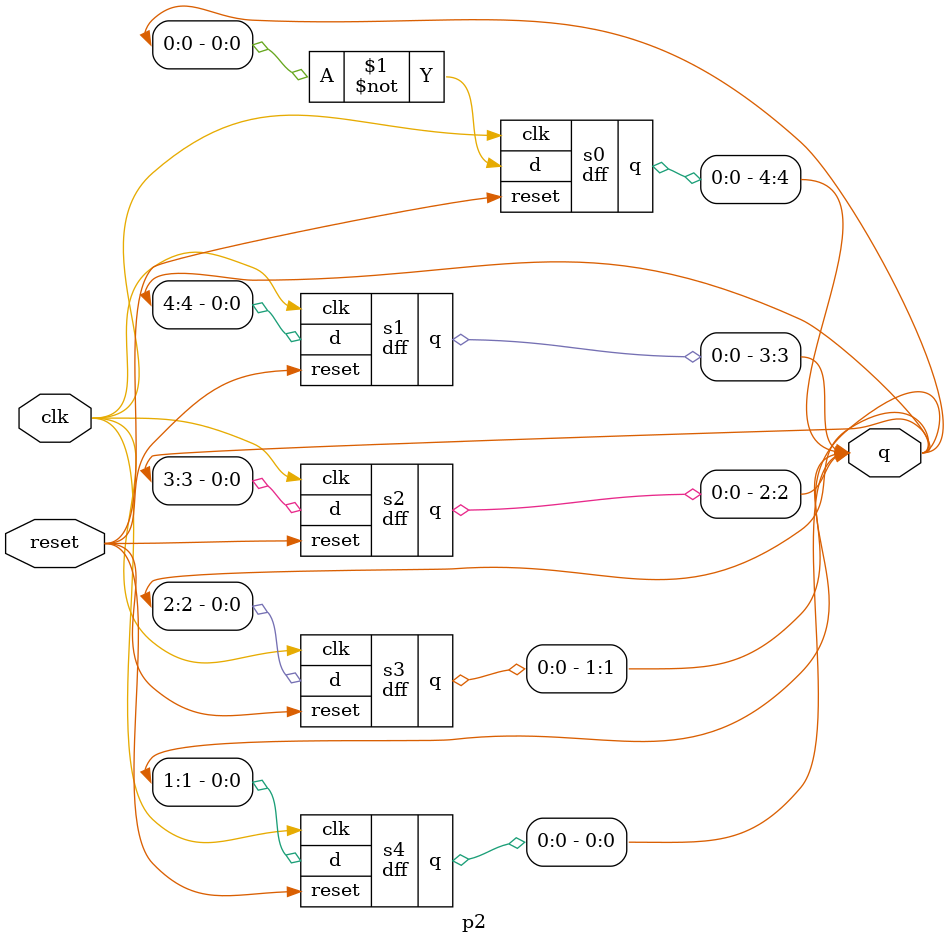
<source format=v>
module dff(d, q, clk, reset);
input d, clk, reset;
output reg q;
always @(posedge clk) begin
    if (reset)
        q<=0;
    else
        q<=d;
end
endmodule

module p2(reset, clk, q);
input reset, clk;
output [4:0] q;
dff s0(~q[0], q[4], clk, reset);
dff s1(q[4], q[3], clk, reset);
dff s2(q[3], q[2], clk, reset);
dff s3(q[2], q[1], clk, reset);
dff s4(q[1], q[0], clk, reset);
endmodule
</source>
